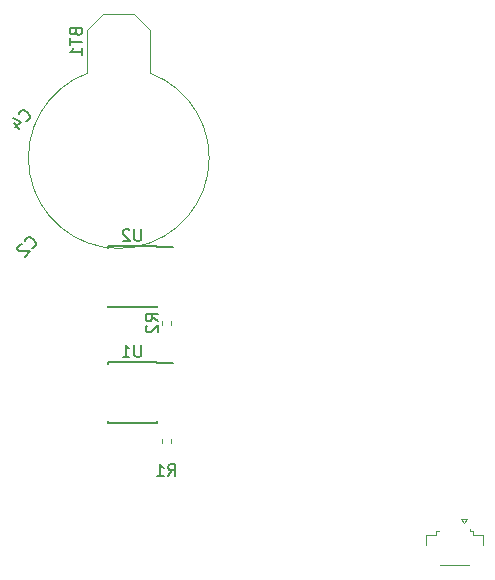
<source format=gbr>
%TF.GenerationSoftware,KiCad,Pcbnew,7.0.2*%
%TF.CreationDate,2023-08-25T16:22:19-05:00*%
%TF.ProjectId,ziggy,7a696767-792e-46b6-9963-61645f706362,rev?*%
%TF.SameCoordinates,Original*%
%TF.FileFunction,Legend,Bot*%
%TF.FilePolarity,Positive*%
%FSLAX46Y46*%
G04 Gerber Fmt 4.6, Leading zero omitted, Abs format (unit mm)*
G04 Created by KiCad (PCBNEW 7.0.2) date 2023-08-25 16:22:19*
%MOMM*%
%LPD*%
G01*
G04 APERTURE LIST*
%ADD10C,0.150000*%
%ADD11C,0.120000*%
G04 APERTURE END LIST*
D10*
%TO.C,C4*%
X147627628Y-105391926D02*
X147694971Y-105391926D01*
X147694971Y-105391926D02*
X147829658Y-105324583D01*
X147829658Y-105324583D02*
X147897002Y-105257239D01*
X147897002Y-105257239D02*
X147964345Y-105122552D01*
X147964345Y-105122552D02*
X147964345Y-104987865D01*
X147964345Y-104987865D02*
X147930674Y-104886850D01*
X147930674Y-104886850D02*
X147829658Y-104718491D01*
X147829658Y-104718491D02*
X147728643Y-104617476D01*
X147728643Y-104617476D02*
X147560284Y-104516461D01*
X147560284Y-104516461D02*
X147459269Y-104482789D01*
X147459269Y-104482789D02*
X147324582Y-104482789D01*
X147324582Y-104482789D02*
X147189895Y-104550132D01*
X147189895Y-104550132D02*
X147122552Y-104617476D01*
X147122552Y-104617476D02*
X147055208Y-104752163D01*
X147055208Y-104752163D02*
X147055208Y-104819506D01*
X146617475Y-105593957D02*
X147088880Y-106065361D01*
X146516460Y-105156224D02*
X147189895Y-105492942D01*
X147189895Y-105492942D02*
X146752162Y-105930674D01*
%TO.C,C2*%
X148127628Y-116141927D02*
X148194971Y-116141927D01*
X148194971Y-116141927D02*
X148329658Y-116074584D01*
X148329658Y-116074584D02*
X148397002Y-116007240D01*
X148397002Y-116007240D02*
X148464345Y-115872553D01*
X148464345Y-115872553D02*
X148464345Y-115737866D01*
X148464345Y-115737866D02*
X148430674Y-115636851D01*
X148430674Y-115636851D02*
X148329658Y-115468492D01*
X148329658Y-115468492D02*
X148228643Y-115367477D01*
X148228643Y-115367477D02*
X148060284Y-115266462D01*
X148060284Y-115266462D02*
X147959269Y-115232790D01*
X147959269Y-115232790D02*
X147824582Y-115232790D01*
X147824582Y-115232790D02*
X147689895Y-115300133D01*
X147689895Y-115300133D02*
X147622552Y-115367477D01*
X147622552Y-115367477D02*
X147555208Y-115502164D01*
X147555208Y-115502164D02*
X147555208Y-115569507D01*
X147285834Y-115838882D02*
X147218491Y-115838882D01*
X147218491Y-115838882D02*
X147117475Y-115872553D01*
X147117475Y-115872553D02*
X146949117Y-116040912D01*
X146949117Y-116040912D02*
X146915445Y-116141927D01*
X146915445Y-116141927D02*
X146915445Y-116209271D01*
X146915445Y-116209271D02*
X146949117Y-116310286D01*
X146949117Y-116310286D02*
X147016460Y-116377630D01*
X147016460Y-116377630D02*
X147151147Y-116444973D01*
X147151147Y-116444973D02*
X147959269Y-116444973D01*
X147959269Y-116444973D02*
X147521536Y-116882706D01*
%TO.C,R2*%
X158792619Y-122343334D02*
X158316428Y-122010001D01*
X158792619Y-121771906D02*
X157792619Y-121771906D01*
X157792619Y-121771906D02*
X157792619Y-122152858D01*
X157792619Y-122152858D02*
X157840238Y-122248096D01*
X157840238Y-122248096D02*
X157887857Y-122295715D01*
X157887857Y-122295715D02*
X157983095Y-122343334D01*
X157983095Y-122343334D02*
X158125952Y-122343334D01*
X158125952Y-122343334D02*
X158221190Y-122295715D01*
X158221190Y-122295715D02*
X158268809Y-122248096D01*
X158268809Y-122248096D02*
X158316428Y-122152858D01*
X158316428Y-122152858D02*
X158316428Y-121771906D01*
X157887857Y-122724287D02*
X157840238Y-122771906D01*
X157840238Y-122771906D02*
X157792619Y-122867144D01*
X157792619Y-122867144D02*
X157792619Y-123105239D01*
X157792619Y-123105239D02*
X157840238Y-123200477D01*
X157840238Y-123200477D02*
X157887857Y-123248096D01*
X157887857Y-123248096D02*
X157983095Y-123295715D01*
X157983095Y-123295715D02*
X158078333Y-123295715D01*
X158078333Y-123295715D02*
X158221190Y-123248096D01*
X158221190Y-123248096D02*
X158792619Y-122676668D01*
X158792619Y-122676668D02*
X158792619Y-123295715D01*
%TO.C,BT1*%
X151838809Y-97864285D02*
X151886428Y-98007142D01*
X151886428Y-98007142D02*
X151934047Y-98054761D01*
X151934047Y-98054761D02*
X152029285Y-98102380D01*
X152029285Y-98102380D02*
X152172142Y-98102380D01*
X152172142Y-98102380D02*
X152267380Y-98054761D01*
X152267380Y-98054761D02*
X152315000Y-98007142D01*
X152315000Y-98007142D02*
X152362619Y-97911904D01*
X152362619Y-97911904D02*
X152362619Y-97530952D01*
X152362619Y-97530952D02*
X151362619Y-97530952D01*
X151362619Y-97530952D02*
X151362619Y-97864285D01*
X151362619Y-97864285D02*
X151410238Y-97959523D01*
X151410238Y-97959523D02*
X151457857Y-98007142D01*
X151457857Y-98007142D02*
X151553095Y-98054761D01*
X151553095Y-98054761D02*
X151648333Y-98054761D01*
X151648333Y-98054761D02*
X151743571Y-98007142D01*
X151743571Y-98007142D02*
X151791190Y-97959523D01*
X151791190Y-97959523D02*
X151838809Y-97864285D01*
X151838809Y-97864285D02*
X151838809Y-97530952D01*
X151362619Y-98388095D02*
X151362619Y-98959523D01*
X152362619Y-98673809D02*
X151362619Y-98673809D01*
X152362619Y-99816666D02*
X152362619Y-99245238D01*
X152362619Y-99530952D02*
X151362619Y-99530952D01*
X151362619Y-99530952D02*
X151505476Y-99435714D01*
X151505476Y-99435714D02*
X151600714Y-99340476D01*
X151600714Y-99340476D02*
X151648333Y-99245238D01*
%TO.C,U2*%
X157386904Y-114557618D02*
X157386904Y-115367141D01*
X157386904Y-115367141D02*
X157339285Y-115462379D01*
X157339285Y-115462379D02*
X157291666Y-115509999D01*
X157291666Y-115509999D02*
X157196428Y-115557618D01*
X157196428Y-115557618D02*
X157005952Y-115557618D01*
X157005952Y-115557618D02*
X156910714Y-115509999D01*
X156910714Y-115509999D02*
X156863095Y-115462379D01*
X156863095Y-115462379D02*
X156815476Y-115367141D01*
X156815476Y-115367141D02*
X156815476Y-114557618D01*
X156386904Y-114652856D02*
X156339285Y-114605237D01*
X156339285Y-114605237D02*
X156244047Y-114557618D01*
X156244047Y-114557618D02*
X156005952Y-114557618D01*
X156005952Y-114557618D02*
X155910714Y-114605237D01*
X155910714Y-114605237D02*
X155863095Y-114652856D01*
X155863095Y-114652856D02*
X155815476Y-114748094D01*
X155815476Y-114748094D02*
X155815476Y-114843332D01*
X155815476Y-114843332D02*
X155863095Y-114986189D01*
X155863095Y-114986189D02*
X156434523Y-115557618D01*
X156434523Y-115557618D02*
X155815476Y-115557618D01*
%TO.C,U1*%
X157386904Y-124367619D02*
X157386904Y-125177142D01*
X157386904Y-125177142D02*
X157339285Y-125272380D01*
X157339285Y-125272380D02*
X157291666Y-125320000D01*
X157291666Y-125320000D02*
X157196428Y-125367619D01*
X157196428Y-125367619D02*
X157005952Y-125367619D01*
X157005952Y-125367619D02*
X156910714Y-125320000D01*
X156910714Y-125320000D02*
X156863095Y-125272380D01*
X156863095Y-125272380D02*
X156815476Y-125177142D01*
X156815476Y-125177142D02*
X156815476Y-124367619D01*
X155815476Y-125367619D02*
X156386904Y-125367619D01*
X156101190Y-125367619D02*
X156101190Y-124367619D01*
X156101190Y-124367619D02*
X156196428Y-124510476D01*
X156196428Y-124510476D02*
X156291666Y-124605714D01*
X156291666Y-124605714D02*
X156386904Y-124653333D01*
%TO.C,R1*%
X159666666Y-135462620D02*
X159999999Y-134986429D01*
X160238094Y-135462620D02*
X160238094Y-134462620D01*
X160238094Y-134462620D02*
X159857142Y-134462620D01*
X159857142Y-134462620D02*
X159761904Y-134510239D01*
X159761904Y-134510239D02*
X159714285Y-134557858D01*
X159714285Y-134557858D02*
X159666666Y-134653096D01*
X159666666Y-134653096D02*
X159666666Y-134795953D01*
X159666666Y-134795953D02*
X159714285Y-134891191D01*
X159714285Y-134891191D02*
X159761904Y-134938810D01*
X159761904Y-134938810D02*
X159857142Y-134986429D01*
X159857142Y-134986429D02*
X160238094Y-134986429D01*
X158714285Y-135462620D02*
X159285713Y-135462620D01*
X158999999Y-135462620D02*
X158999999Y-134462620D01*
X158999999Y-134462620D02*
X159095237Y-134605477D01*
X159095237Y-134605477D02*
X159190475Y-134700715D01*
X159190475Y-134700715D02*
X159285713Y-134748334D01*
D11*
%TO.C,R2*%
X159120000Y-122356360D02*
X159120000Y-122663642D01*
X159880000Y-122356360D02*
X159880000Y-122663642D01*
%TO.C,BT1*%
X154200000Y-96330000D02*
X152850000Y-97680000D01*
X156800000Y-96330000D02*
X154200000Y-96330000D01*
X152850000Y-97680000D02*
X152850000Y-101330000D01*
X158150000Y-97680000D02*
X156800000Y-96330000D01*
X158150000Y-101330000D02*
X158150000Y-97680000D01*
X152900000Y-101330001D02*
G75*
G03*
X158136355Y-101343233I2600000J-7199999D01*
G01*
D10*
%TO.C,U2*%
X158700000Y-121169999D02*
X158700000Y-121024999D01*
X158700000Y-121169999D02*
X154550000Y-121169999D01*
X158700000Y-116019999D02*
X154550000Y-116019999D01*
X158700000Y-116019999D02*
X158700000Y-116069999D01*
X154550000Y-121169999D02*
X154550000Y-121024999D01*
X154550000Y-116019999D02*
X154550000Y-116164999D01*
X158700000Y-116069999D02*
X160100000Y-116069999D01*
%TO.C,U1*%
X158700000Y-130980000D02*
X158700000Y-130835000D01*
X158700000Y-130980000D02*
X154550000Y-130980000D01*
X158700000Y-125830000D02*
X154550000Y-125830000D01*
X158700000Y-125830000D02*
X158700000Y-125880000D01*
X154550000Y-130980000D02*
X154550000Y-130835000D01*
X154550000Y-125830000D02*
X154550000Y-125975000D01*
X158700000Y-125880000D02*
X160100000Y-125880000D01*
D11*
%TO.C,R1*%
X159120000Y-132356359D02*
X159120000Y-132663641D01*
X159880000Y-132356359D02*
X159880000Y-132663641D01*
%TO.C,J2*%
X182340000Y-140110000D02*
X182590000Y-140110000D01*
X184450000Y-139116447D02*
X184950000Y-139116447D01*
X184700000Y-139470000D02*
X184450000Y-139116447D01*
X181490000Y-141310000D02*
X181490000Y-140410000D01*
X186310000Y-140410000D02*
X185460000Y-140410000D01*
X185140000Y-143030000D02*
X182660000Y-143030000D01*
X182340000Y-140410000D02*
X182340000Y-140110000D01*
X185460000Y-140110000D02*
X185210000Y-140110000D01*
X185460000Y-140410000D02*
X185460000Y-140110000D01*
X181490000Y-140410000D02*
X182340000Y-140410000D01*
X184950000Y-139116447D02*
X184700000Y-139470000D01*
X186310000Y-141310000D02*
X186310000Y-140410000D01*
X185210000Y-140110000D02*
X185210000Y-139970000D01*
%TD*%
M02*

</source>
